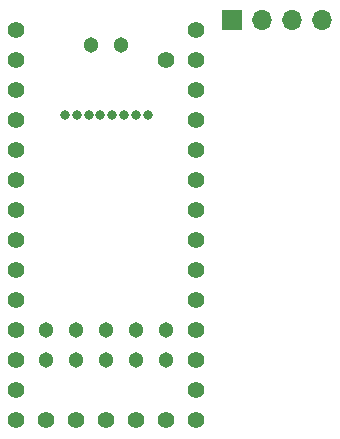
<source format=gbs>
%TF.GenerationSoftware,KiCad,Pcbnew,8.0.2-1*%
%TF.CreationDate,2024-05-18T17:44:33-05:00*%
%TF.ProjectId,can_test,63616e5f-7465-4737-942e-6b696361645f,rev?*%
%TF.SameCoordinates,Original*%
%TF.FileFunction,Soldermask,Bot*%
%TF.FilePolarity,Negative*%
%FSLAX46Y46*%
G04 Gerber Fmt 4.6, Leading zero omitted, Abs format (unit mm)*
G04 Created by KiCad (PCBNEW 8.0.2-1) date 2024-05-18 17:44:33*
%MOMM*%
%LPD*%
G01*
G04 APERTURE LIST*
%ADD10R,1.700000X1.700000*%
%ADD11O,1.700000X1.700000*%
%ADD12C,1.404000*%
%ADD13C,1.304000*%
%ADD14C,0.804000*%
G04 APERTURE END LIST*
D10*
%TO.C,J1*%
X52900000Y-18950000D03*
D11*
X55440000Y-18950000D03*
X57980000Y-18950000D03*
X60520000Y-18950000D03*
%TD*%
D12*
%TO.C,U1*%
X34630000Y-19790000D03*
X34630000Y-22330000D03*
X34630000Y-24870000D03*
X34630000Y-27410000D03*
X34630000Y-29950000D03*
X34630000Y-32490000D03*
X34630000Y-35030000D03*
X34630000Y-37570000D03*
X34630000Y-40110000D03*
X34630000Y-42650000D03*
X34630000Y-45190000D03*
X34630000Y-47730000D03*
X34630000Y-50270000D03*
X34630000Y-52810000D03*
X37170000Y-52810000D03*
X39710000Y-52810000D03*
X42250000Y-52810000D03*
X44790000Y-52810000D03*
X47330000Y-52810000D03*
X49870000Y-52810000D03*
X49870000Y-50270000D03*
X49870000Y-47730000D03*
X49870000Y-45190000D03*
X49870000Y-42650000D03*
X49870000Y-40110000D03*
X49870000Y-37570000D03*
X49870000Y-35030000D03*
X49870000Y-32490000D03*
X49870000Y-29950000D03*
X49870000Y-27410000D03*
X49870000Y-24870000D03*
X49870000Y-22330000D03*
X49870000Y-19790000D03*
X47330000Y-22330000D03*
D13*
X47330000Y-47730000D03*
X47330000Y-45190000D03*
X44790000Y-47730000D03*
X44790000Y-45190000D03*
X42250000Y-47730000D03*
X42250000Y-45190000D03*
X39710000Y-47730000D03*
X39710000Y-45190000D03*
X37170000Y-47730000D03*
X37170000Y-45190000D03*
D14*
X45750000Y-26928400D03*
X44750000Y-26928400D03*
X43750000Y-26928400D03*
X42750000Y-26928400D03*
X41750000Y-26928400D03*
X40750000Y-26928400D03*
X39750000Y-26928400D03*
X38750000Y-26928400D03*
D13*
X43520000Y-21060000D03*
X40980000Y-21060000D03*
%TD*%
M02*

</source>
